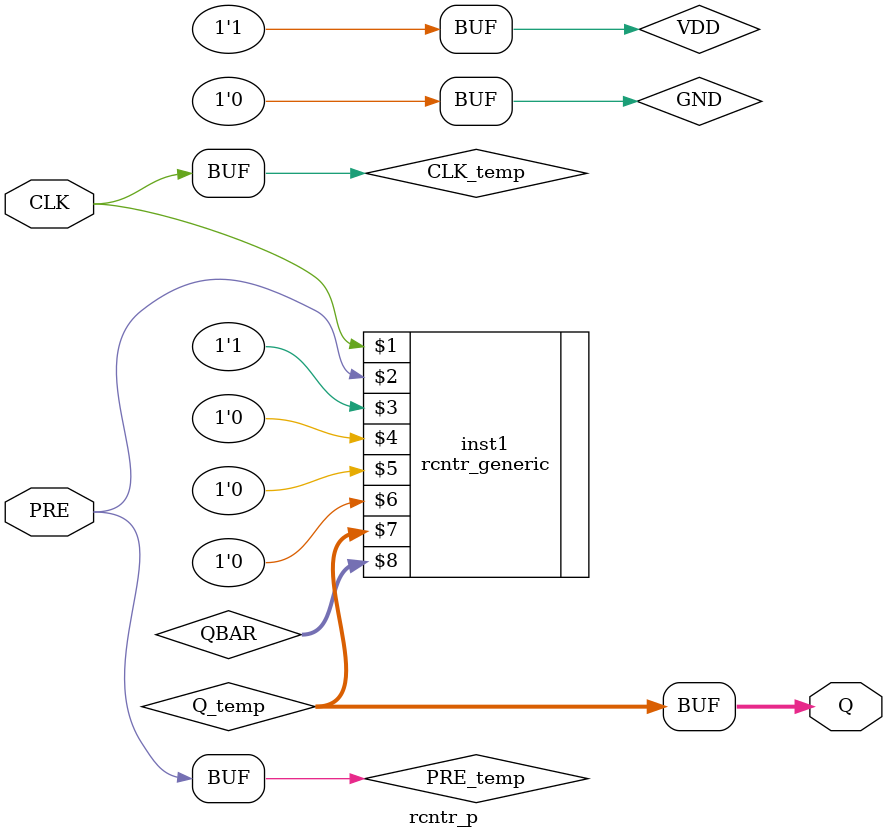
<source format=v>
module rcntr_p(CLK,PRE,Q);
  parameter N = 8;
  parameter DPFLAG = 1;
  parameter GROUP = "dpath1";
  parameter
        d_CLK_r = 0,
        d_CLK_f = 0,
        d_PRE_r = 0,
        d_PRE_f = 0,
        d_Q = 1;
  input  CLK;
  input  PRE;
  output [(N - 1):0] Q;
  wire  CLK_temp;
  wire  PRE_temp;
  wire [(N - 1):0] Q_temp;
  wire [(N - 1):0] QBAR;
  supply0  GND;
  supply1  VDD;
  assign #(d_CLK_r,d_CLK_f) CLK_temp = CLK;
  assign #(d_PRE_r,d_PRE_f) PRE_temp = PRE;
  assign #(d_Q) Q = Q_temp;
  rcntr_generic #(N) inst1 (CLK_temp,PRE_temp,VDD,GND,GND,GND,Q_temp,QBAR);
endmodule

</source>
